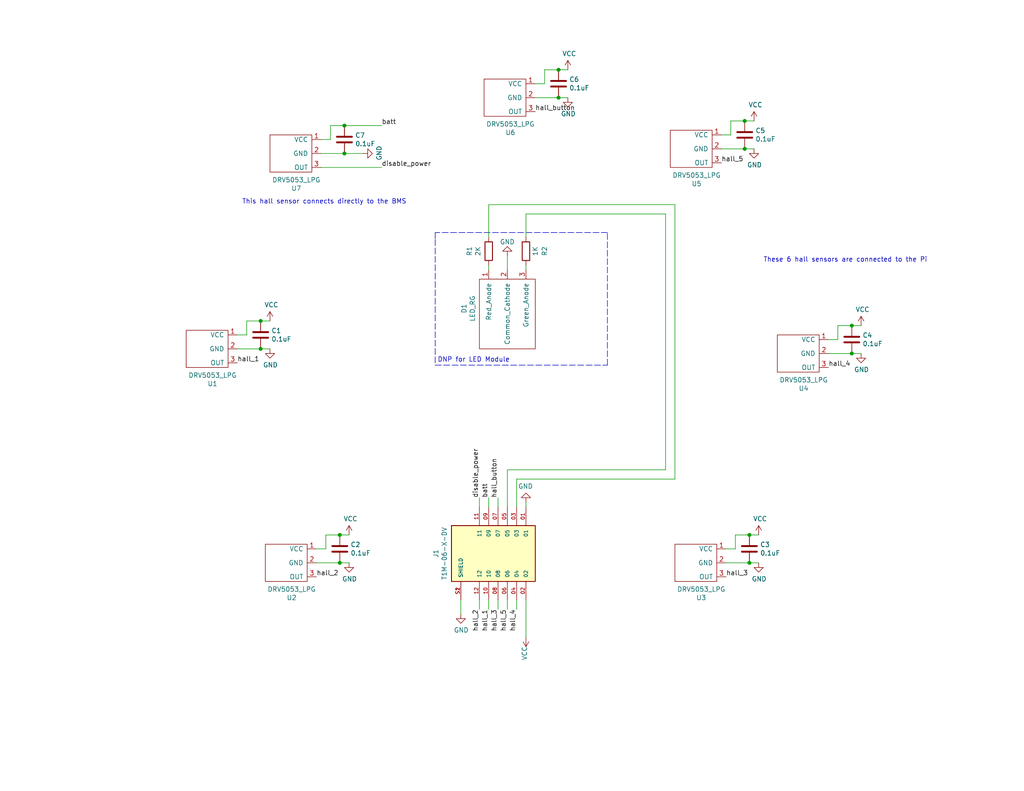
<source format=kicad_sch>
(kicad_sch (version 20211123) (generator eeschema)
  (paper "USLetter")
  (title_block (title "Hall Ring"))
  (lib_symbols
    (symbol "Device:C" (pin_numbers hide) (pin_names (offset 0.254))
      (property "Reference" "C" (at 0.635 2.54 0))
      (property "Value" "C" (at 0.635 -2.54 0))
      (symbol "C_0_1"
        (polyline (pts (xy -2.032 -0.762) (xy 2.032 -0.762)) (stroke (width 0.508)))
        (polyline (pts (xy -2.032 0.762) (xy 2.032 0.762)) (stroke (width 0.508)))
      )
      (symbol "C_1_1"
        (pin passive line (at 0 3.81 270) (length 2.794) (name "~") (number "1"))
        (pin passive line (at 0 -3.81 90) (length 2.794) (name "~") (number "2"))
      )
    )
    (symbol "Device:R" (pin_numbers hide) (pin_names (offset 0))
      (property "Reference" "R" (at 2.032 0 90))
      (property "Value" "R" (at 0 0 90))
      (symbol "R_0_1"
        (rectangle (start -1.016 -2.54) (end 1.016 2.54) (stroke (width 0.254)))
      )
      (symbol "R_1_1"
        (pin passive line (at 0 3.81 270) (length 1.27) (name "~") (number "1"))
        (pin passive line (at 0 -3.81 90) (length 1.27) (name "~") (number "2"))
      )
    )
    (symbol "Hall_ring-rescue:DRV5053_LPG-Custom" (pin_names (offset 1.016))
      (property "Reference" "U" (at 0 0 0))
      (property "Value" "DRV5053_LPG-Custom" (at 0 -12.7 0))
      (symbol "DRV5053_LPG-Custom_0_1"
        (rectangle (start -6.35 -11.43) (end 5.08 -1.27))
      )
      (symbol "DRV5053_LPG-Custom_1_1"
        (pin power_in line (at 7.62 -10.16 180) (length 2.54) (name "VCC") (number "1"))
        (pin power_in line (at 7.62 -6.35 180) (length 2.54) (name "GND") (number "2"))
        (pin output line (at 7.62 -2.54 180) (length 2.54) (name "OUT") (number "3"))
      )
    )
    (symbol "Hall_ring-rescue:LED_RG-Custom" (pin_names (offset 1.016))
      (property "Reference" "D" (at 0 1.27 0))
      (property "Value" "LED_RG-Custom" (at 0 -16.51 0))
      (symbol "LED_RG-Custom_0_1"
        (rectangle (start -11.43 -15.24) (end 7.62 0))
      )
      (symbol "LED_RG-Custom_1_1"
        (pin output line (at 10.16 -2.54 180) (length 2.54) (name "Red_Anode") (number "1"))
        (pin power_in line (at 10.16 -7.62 180) (length 2.54) (name "Common_Cathode") (number "2"))
        (pin output line (at 10.16 -12.7 180) (length 2.54) (name "Green_Anode") (number "3"))
      )
    )
    (symbol "T1M-06-X-DV:T1M-06-X-DV" (pin_names (offset 1.016))
      (property "Reference" "J" (at -7.62 11.43 0))
      (property "Value" "T1M-06-X-DV" (at -7.62 -13.97 0))
      (symbol "T1M-06-X-DV_0_0"
        (rectangle (start -7.62 -12.7) (end 7.62 10.16) (stroke (width 0.254)) (fill (type background)))
        (pin passive line (at -12.7 7.62 0) (length 5.08) (name "01") (number "01"))
        (pin passive line (at 12.7 7.62 180) (length 5.08) (name "02") (number "02"))
        (pin passive line (at -12.7 5.08 0) (length 5.08) (name "03") (number "03"))
        (pin passive line (at 12.7 5.08 180) (length 5.08) (name "04") (number "04"))
        (pin passive line (at -12.7 2.54 0) (length 5.08) (name "05") (number "05"))
        (pin passive line (at 12.7 2.54 180) (length 5.08) (name "06") (number "06"))
        (pin passive line (at -12.7 0 0) (length 5.08) (name "07") (number "07"))
        (pin passive line (at 12.7 0 180) (length 5.08) (name "08") (number "08"))
        (pin passive line (at -12.7 -2.54 0) (length 5.08) (name "09") (number "09"))
        (pin passive line (at 12.7 -2.54 180) (length 5.08) (name "10") (number "10"))
        (pin passive line (at -12.7 -5.08 0) (length 5.08) (name "11") (number "11"))
        (pin passive line (at 12.7 -5.08 180) (length 5.08) (name "12") (number "12"))
        (pin passive line (at 12.7 -10.16 180) (length 5.08) (name "SHIELD") (number "S1"))
        (pin passive line (at 12.7 -10.16 180) (length 5.08) (name "SHIELD") (number "S2"))
      )
    )
    (symbol "power:GND" (power) (pin_names (offset 0))
      (property "Value" "GND" (at 0 -3.81 0))
      (symbol "GND_0_1"
        (polyline (pts (xy 0 0) (xy 0 -1.27) (xy 1.27 -1.27) (xy 0 -2.54) (xy -1.27 -1.27) (xy 0 -1.27)))
      )
      (symbol "GND_1_1"
        (pin power_in line (at 0 0 270) (length 0) hide (name "GND") (number "1"))
      )
    )
    (symbol "power:VCC" (power) (pin_names (offset 0))
      (property "Value" "VCC" (at 0 3.81 0))
      (symbol "VCC_0_1"
        (polyline (pts (xy -0.762 1.27) (xy 0 2.54)))
        (polyline (pts (xy 0 0) (xy 0 2.54)))
        (polyline (pts (xy 0 2.54) (xy 0.762 1.27)))
      )
      (symbol "VCC_1_1"
        (pin power_in line (at 0 0 90) (length 0) hide (name "VCC") (number "1"))
      )
    )
  )
  (junction (at 232.41 88.9))
  (junction (at 71.12 87.63))
  (junction (at 204.47 153.67))
  (junction (at 71.12 95.25))
  (junction (at 204.47 146.05))
  (junction (at 92.71 146.05))
  (junction (at 232.41 96.52))
  (junction (at 152.4 19.05))
  (junction (at 152.4 26.67))
  (junction (at 93.98 41.91))
  (junction (at 203.2 33.02))
  (junction (at 92.71 153.67))
  (junction (at 203.2 40.64))
  (junction (at 93.98 34.29))
  (wire (pts (xy 86.36 153.67) (xy 92.71 153.67)))
  (wire (pts (xy 203.2 40.64) (xy 205.74 40.64)))
  (wire (pts (xy 199.39 33.02) (xy 203.2 33.02)))
  (wire (pts (xy 148.59 19.05) (xy 152.4 19.05)))
  (wire (pts (xy 67.31 91.44) (xy 67.31 87.63)))
  (wire (pts (xy 138.43 128.27) (xy 138.43 138.43)))
  (wire (pts (xy 199.39 36.83) (xy 199.39 33.02)))
  (wire (pts (xy 228.6 92.71) (xy 228.6 88.9)))
  (wire (pts (xy 125.73 167.64) (xy 125.73 163.83)))
  (wire (pts (xy 130.81 138.43) (xy 130.81 135.89)))
  (wire (pts (xy 140.97 130.81) (xy 140.97 138.43)))
  (polyline (pts (xy 165.735 63.5) (xy 118.745 63.5)))
  (wire (pts (xy 143.51 138.43) (xy 143.51 137.16)))
  (wire (pts (xy 232.41 96.52) (xy 234.95 96.52)))
  (wire (pts (xy 196.85 36.83) (xy 199.39 36.83)))
  (wire (pts (xy 226.06 92.71) (xy 228.6 92.71)))
  (wire (pts (xy 196.85 40.64) (xy 203.2 40.64)))
  (wire (pts (xy 232.41 88.9) (xy 234.95 88.9)))
  (wire (pts (xy 198.12 149.86) (xy 200.66 149.86)))
  (wire (pts (xy 200.66 146.05) (xy 204.47 146.05)))
  (polyline (pts (xy 118.745 99.695) (xy 165.735 99.695)))
  (wire (pts (xy 92.71 146.05) (xy 95.25 146.05)))
  (wire (pts (xy 64.77 95.25) (xy 71.12 95.25)))
  (wire (pts (xy 140.97 163.83) (xy 140.97 166.37)))
  (wire (pts (xy 148.59 22.86) (xy 148.59 19.05)))
  (wire (pts (xy 226.06 96.52) (xy 232.41 96.52)))
  (polyline (pts (xy 118.745 65.405) (xy 118.745 99.695)))
  (wire (pts (xy 146.05 22.86) (xy 148.59 22.86)))
  (wire (pts (xy 138.43 69.85) (xy 138.43 73.66)))
  (wire (pts (xy 143.51 58.42) (xy 143.51 64.77)))
  (wire (pts (xy 204.47 146.05) (xy 207.01 146.05)))
  (wire (pts (xy 64.77 91.44) (xy 67.31 91.44)))
  (wire (pts (xy 133.35 138.43) (xy 133.35 135.89)))
  (wire (pts (xy 133.35 55.88) (xy 133.35 64.77)))
  (wire (pts (xy 71.12 95.25) (xy 73.66 95.25)))
  (wire (pts (xy 203.2 33.02) (xy 205.74 33.02)))
  (wire (pts (xy 135.89 138.43) (xy 135.89 135.89)))
  (wire (pts (xy 67.31 87.63) (xy 71.12 87.63)))
  (wire (pts (xy 228.6 88.9) (xy 232.41 88.9)))
  (wire (pts (xy 198.12 153.67) (xy 204.47 153.67)))
  (wire (pts (xy 93.98 34.29) (xy 104.14 34.29)))
  (wire (pts (xy 140.97 130.81) (xy 184.15 130.81)))
  (wire (pts (xy 92.71 153.67) (xy 95.25 153.67)))
  (wire (pts (xy 93.98 41.91) (xy 99.06 41.91)))
  (wire (pts (xy 135.89 163.83) (xy 135.89 166.37)))
  (wire (pts (xy 143.51 73.66) (xy 143.51 72.39)))
  (wire (pts (xy 88.9 146.05) (xy 92.71 146.05)))
  (wire (pts (xy 152.4 19.05) (xy 154.94 19.05)))
  (wire (pts (xy 90.17 38.1) (xy 90.17 34.29)))
  (wire (pts (xy 181.61 58.42) (xy 143.51 58.42)))
  (wire (pts (xy 152.4 26.67) (xy 154.94 26.67)))
  (wire (pts (xy 88.9 149.86) (xy 88.9 146.05)))
  (wire (pts (xy 71.12 87.63) (xy 73.66 87.63)))
  (wire (pts (xy 138.43 128.27) (xy 181.61 128.27)))
  (wire (pts (xy 133.35 166.37) (xy 133.35 163.83)))
  (wire (pts (xy 204.47 153.67) (xy 207.01 153.67)))
  (wire (pts (xy 87.63 41.91) (xy 93.98 41.91)))
  (wire (pts (xy 86.36 149.86) (xy 88.9 149.86)))
  (wire (pts (xy 87.63 38.1) (xy 90.17 38.1)))
  (polyline (pts (xy 118.745 63.5) (xy 118.745 65.405)))
  (wire (pts (xy 181.61 128.27) (xy 181.61 58.42)))
  (wire (pts (xy 87.63 45.72) (xy 104.14 45.72)))
  (wire (pts (xy 146.05 26.67) (xy 152.4 26.67)))
  (wire (pts (xy 133.35 73.66) (xy 133.35 72.39)))
  (wire (pts (xy 143.51 163.83) (xy 143.51 173.99)))
  (wire (pts (xy 184.15 55.88) (xy 184.15 130.81)))
  (wire (pts (xy 138.43 163.83) (xy 138.43 166.37)))
  (polyline (pts (xy 165.735 99.695) (xy 165.735 63.5)))
  (wire (pts (xy 200.66 149.86) (xy 200.66 146.05)))
  (wire (pts (xy 90.17 34.29) (xy 93.98 34.29)))
  (wire (pts (xy 130.81 163.83) (xy 130.81 166.37)))
  (wire (pts (xy 133.35 55.88) (xy 184.15 55.88)))
  (text "DNP for LED Module" (at 119.38 99.06 0) (effects (font (size 1.27 1.27)) (justify left bottom)))
  (text "These 6 hall sensors are connected to the Pi\n" (at 208.28 71.755 0) (effects (font (size 1.27 1.27)) (justify left bottom)))
  (text "This hall sensor connects directly to the BMS\n" (at 66.04 55.88 0) (effects (font (size 1.27 1.27)) (justify left bottom)))
  (label "hall_3" (at 198.12 157.48 0))
  (label "batt" (at 133.35 135.89 90))
  (label "disable_power" (at 104.14 45.72 0))
  (label "hall_5" (at 138.43 166.37 270))
  (label "hall_3" (at 135.89 166.37 270))
  (label "hall_4" (at 140.97 166.37 270))
  (label "disable_power" (at 130.81 135.89 90))
  (label "hall_2" (at 86.36 157.48 0))
  (label "hall_2" (at 130.81 166.37 270))
  (label "hall_1" (at 64.77 99.06 0))
  (label "hall_button" (at 135.89 135.89 90))
  (label "hall_button" (at 146.05 30.48 0))
  (label "hall_5" (at 196.85 44.45 0))
  (label "hall_4" (at 226.06 100.33 0))
  (label "hall_1" (at 133.35 166.37 270))
  (label "batt" (at 104.14 34.29 0))
  (symbol (lib_id "Hall_ring-rescue:DRV5053_LPG-Custom") (at 57.15 101.6 0) (mirror x) (unit 1)
    (property "Reference" "U1" (at 57.9882 104.775 0))
    (property "Value" "DRV5053_LPG" (at 57.9882 102.4636 0))
    (property "Footprint" "Package_TO_SOT_THT:TO-92Flat" (effects hide))
    (property "Digikey" "296-DRV5032DULPGMCT-ND" (effects hide))
  )
  (symbol (lib_id "power:GND") (at 143.51 137.16 180) (unit 1)
    (property "Reference" "#PWR014" (effects hide))
    (property "Value" "GND" (at 143.383 132.7658 0))
  )
  (symbol (lib_id "power:VCC") (at 143.51 173.99 180) (unit 1)
    (property "Reference" "#PWR013" (effects hide))
    (property "Value" "VCC" (at 143.129 178.3842 90))
  )
  (symbol (lib_id "power:GND") (at 73.66 95.25 0) (unit 1)
    (property "Reference" "#PWR02" (effects hide))
    (property "Value" "GND" (at 73.787 99.6442 0))
  )
  (symbol (lib_id "power:VCC") (at 73.66 87.63 0) (unit 1)
    (property "Reference" "#PWR01" (effects hide))
    (property "Value" "VCC" (at 74.041 83.2358 0))
  )
  (symbol (lib_id "Hall_ring-rescue:DRV5053_LPG-Custom") (at 190.5 160.02 0) (mirror x) (unit 1)
    (property "Reference" "U3" (at 191.3382 163.195 0))
    (property "Value" "DRV5053_LPG" (at 191.3382 160.8836 0))
    (property "Footprint" "Package_TO_SOT_THT:TO-92Flat" (effects hide))
    (property "Digikey" "296-DRV5032DULPGMCT-ND" (effects hide))
  )
  (symbol (lib_id "power:GND") (at 207.01 153.67 0) (unit 1)
    (property "Reference" "#PWR06" (effects hide))
    (property "Value" "GND" (at 207.137 158.0642 0))
  )
  (symbol (lib_id "power:VCC") (at 207.01 146.05 0) (unit 1)
    (property "Reference" "#PWR05" (effects hide))
    (property "Value" "VCC" (at 207.391 141.6558 0))
  )
  (symbol (lib_id "Hall_ring-rescue:DRV5053_LPG-Custom") (at 218.44 102.87 0) (mirror x) (unit 1)
    (property "Reference" "U4" (at 219.2782 106.045 0))
    (property "Value" "DRV5053_LPG" (at 219.2782 103.7336 0))
    (property "Footprint" "Package_TO_SOT_THT:TO-92Flat" (effects hide))
    (property "Digikey" "296-DRV5032DULPGMCT-ND" (effects hide))
  )
  (symbol (lib_id "power:GND") (at 234.95 96.52 0) (unit 1)
    (property "Reference" "#PWR08" (effects hide))
    (property "Value" "GND" (at 235.077 100.9142 0))
  )
  (symbol (lib_id "power:VCC") (at 234.95 88.9 0) (unit 1)
    (property "Reference" "#PWR07" (effects hide))
    (property "Value" "VCC" (at 235.331 84.5058 0))
  )
  (symbol (lib_id "Hall_ring-rescue:DRV5053_LPG-Custom") (at 189.23 46.99 0) (mirror x) (unit 1)
    (property "Reference" "U5" (at 190.0682 50.165 0))
    (property "Value" "DRV5053_LPG" (at 190.0682 47.8536 0))
    (property "Footprint" "Package_TO_SOT_THT:TO-92Flat" (effects hide))
    (property "Digikey" "296-DRV5032DULPGMCT-ND" (effects hide))
  )
  (symbol (lib_id "power:GND") (at 205.74 40.64 0) (unit 1)
    (property "Reference" "#PWR010" (effects hide))
    (property "Value" "GND" (at 205.867 45.0342 0))
  )
  (symbol (lib_id "power:VCC") (at 205.74 33.02 0) (unit 1)
    (property "Reference" "#PWR09" (effects hide))
    (property "Value" "VCC" (at 206.121 28.6258 0))
  )
  (symbol (lib_id "Hall_ring-rescue:DRV5053_LPG-Custom") (at 138.43 33.02 0) (mirror x) (unit 1)
    (property "Reference" "U6" (at 139.2682 36.195 0))
    (property "Value" "DRV5053_LPG" (at 139.2682 33.8836 0))
    (property "Footprint" "Package_TO_SOT_THT:TO-92Flat" (effects hide))
    (property "Digikey" "296-DRV5032DULPGMCT-ND" (effects hide))
  )
  (symbol (lib_id "power:GND") (at 154.94 26.67 0) (unit 1)
    (property "Reference" "#PWR012" (effects hide))
    (property "Value" "GND" (at 155.067 31.0642 0))
  )
  (symbol (lib_id "power:VCC") (at 154.94 19.05 0) (unit 1)
    (property "Reference" "#PWR011" (effects hide))
    (property "Value" "VCC" (at 155.321 14.6558 0))
  )
  (symbol (lib_id "Hall_ring-rescue:DRV5053_LPG-Custom") (at 78.74 160.02 0) (mirror x) (unit 1)
    (property "Reference" "U2" (at 79.5782 163.195 0))
    (property "Value" "DRV5053_LPG" (at 79.5782 160.8836 0))
    (property "Footprint" "Package_TO_SOT_THT:TO-92Flat" (effects hide))
    (property "Digikey" "296-DRV5032DULPGMCT-ND" (effects hide))
  )
  (symbol (lib_id "power:GND") (at 95.25 153.67 0) (unit 1)
    (property "Reference" "#PWR04" (effects hide))
    (property "Value" "GND" (at 95.377 158.0642 0))
  )
  (symbol (lib_id "power:VCC") (at 95.25 146.05 0) (unit 1)
    (property "Reference" "#PWR03" (effects hide))
    (property "Value" "VCC" (at 95.631 141.6558 0))
  )
  (symbol (lib_id "Device:C") (at 71.12 91.44 0) (unit 1)
    (property "Reference" "C1" (at 74.041 90.2716 0) (effects (justify left)))
    (property "Value" "0.1uF" (at 74.041 92.583 0) (effects (justify left)))
    (property "Footprint" "Capacitor_SMD:C_0402_1005Metric" (effects hide))
    (property "Digikey" "1276-1043-2-ND" (effects hide))
    (property "LCSC" "C307331" (effects hide))
  )
  (symbol (lib_id "Device:C") (at 92.71 149.86 0) (unit 1)
    (property "Reference" "C2" (at 95.631 148.6916 0) (effects (justify left)))
    (property "Value" "0.1uF" (at 95.631 151.003 0) (effects (justify left)))
    (property "Footprint" "Capacitor_SMD:C_0402_1005Metric" (effects hide))
    (property "Digikey" "1276-1043-2-ND" (effects hide))
    (property "LCSC" "C307331" (effects hide))
  )
  (symbol (lib_id "Device:C") (at 204.47 149.86 0) (unit 1)
    (property "Reference" "C3" (at 207.391 148.6916 0) (effects (justify left)))
    (property "Value" "0.1uF" (at 207.391 151.003 0) (effects (justify left)))
    (property "Footprint" "Capacitor_SMD:C_0402_1005Metric" (effects hide))
    (property "Digikey" "1276-1043-2-ND" (effects hide))
    (property "LCSC" "C307331" (effects hide))
  )
  (symbol (lib_id "Device:C") (at 232.41 92.71 0) (unit 1)
    (property "Reference" "C4" (at 235.331 91.5416 0) (effects (justify left)))
    (property "Value" "0.1uF" (at 235.331 93.853 0) (effects (justify left)))
    (property "Footprint" "Capacitor_SMD:C_0402_1005Metric" (effects hide))
    (property "Digikey" "1276-1043-2-ND" (effects hide))
    (property "LCSC" "C307331" (effects hide))
  )
  (symbol (lib_id "Device:C") (at 203.2 36.83 0) (unit 1)
    (property "Reference" "C5" (at 206.121 35.6616 0) (effects (justify left)))
    (property "Value" "0.1uF" (at 206.121 37.973 0) (effects (justify left)))
    (property "Footprint" "Capacitor_SMD:C_0402_1005Metric" (effects hide))
    (property "Digikey" "1276-1043-2-ND" (effects hide))
    (property "LCSC" "C307331" (effects hide))
  )
  (symbol (lib_id "Device:C") (at 152.4 22.86 0) (unit 1)
    (property "Reference" "C6" (at 155.321 21.6916 0) (effects (justify left)))
    (property "Value" "0.1uF" (at 155.321 24.003 0) (effects (justify left)))
    (property "Footprint" "Capacitor_SMD:C_0402_1005Metric" (effects hide))
    (property "Digikey" "1276-1043-2-ND" (effects hide))
    (property "LCSC" "C307331" (effects hide))
  )
  (symbol (lib_id "Hall_ring-rescue:DRV5053_LPG-Custom") (at 80.01 48.26 0) (mirror x) (unit 1)
    (property "Reference" "U7" (at 80.8482 51.435 0))
    (property "Value" "DRV5053_LPG" (at 80.8482 49.1236 0))
    (property "Footprint" "Package_TO_SOT_THT:TO-92Flat" (effects hide))
    (property "Digikey" "296-DRV5032DULPGMCT-ND" (effects hide))
  )
  (symbol (lib_id "Device:C") (at 93.98 38.1 0) (unit 1)
    (property "Reference" "C7" (at 96.901 36.9316 0) (effects (justify left)))
    (property "Value" "0.1uF" (at 96.901 39.243 0) (effects (justify left)))
    (property "Footprint" "Capacitor_SMD:C_0402_1005Metric" (effects hide))
    (property "Digikey" "1276-1043-2-ND" (effects hide))
    (property "LCSC" "C307331" (effects hide))
  )
  (symbol (lib_id "Hall_ring-rescue:LED_RG-Custom") (at 130.81 83.82 90) (unit 1)
    (property "Reference" "D1" (at 126.619 84.2518 0))
    (property "Value" "LED_RG" (at 128.9304 84.2518 0))
    (property "Footprint" "Connector_PinHeader_2.00mm:PinHeader_1x03_P2.00mm_Vertical" (effects hide))
    (property "Digikey" "160-1939-ND" (effects hide))
  )
  (symbol (lib_id "Device:R") (at 133.35 68.58 0) (unit 1)
    (property "Reference" "R1" (at 128.0922 68.58 90))
    (property "Value" "2K" (at 130.4036 68.58 90))
    (property "Footprint" "Resistor_SMD:R_0402_1005Metric" (effects hide))
    (property "Digikey" "CR0402-FX-2001GLFCT-ND" (effects hide))
    (property "LCSC" "C4109" (effects hide))
  )
  (symbol (lib_id "Device:R") (at 143.51 68.58 0) (unit 1)
    (property "Reference" "R2" (at 148.59 68.58 90))
    (property "Value" "1K" (at 146.05 68.58 90))
    (property "Footprint" "Resistor_SMD:R_0402_1005Metric" (effects hide))
    (property "Digikey" "RMCF0402FT1K00CT-ND" (effects hide))
    (property "LCSC" "C11702" (effects hide))
  )
  (symbol (lib_id "power:GND") (at 138.43 69.85 180) (unit 1)
    (property "Reference" "#PWR015" (effects hide))
    (property "Value" "GND" (at 138.43 66.04 0))
  )
  (symbol (lib_id "power:GND") (at 99.06 41.91 90) (unit 1)
    (property "Reference" "#PWR0101" (effects hide))
    (property "Value" "GND" (at 103.4542 41.783 0))
  )
  (symbol (lib_id "T1M-06-X-DV:T1M-06-X-DV") (at 135.89 151.13 270) (unit 1)
    (property "Reference" "J1" (at 118.9482 151.13 0))
    (property "Value" "T1M-06-X-DV" (at 121.2596 151.13 0))
    (property "Footprint" "Custom:SAMTEC_T1M-06-X-DV" (effects hide))
    (property "Digikey" "~ Get from Samtec" (effects hide))
  )
  (symbol (lib_id "power:GND") (at 125.73 167.64 0) (unit 1)
    (property "Reference" "#PWR0102" (effects hide))
    (property "Value" "GND" (at 125.857 172.0342 0))
  )
)
</source>
